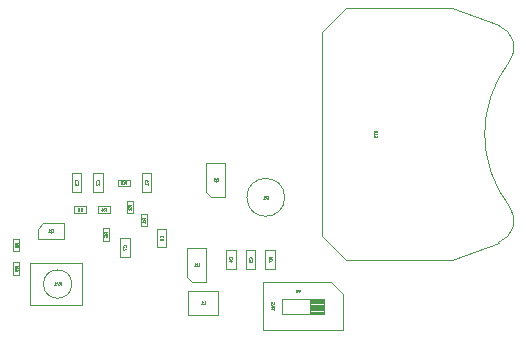
<source format=gbr>
%TF.GenerationSoftware,KiCad,Pcbnew,7.0.6*%
%TF.CreationDate,2023-09-21T17:00:44-04:00*%
%TF.ProjectId,blinkenbrain,626c696e-6b65-46e6-9272-61696e2e6b69,A*%
%TF.SameCoordinates,Original*%
%TF.FileFunction,AssemblyDrawing,Bot*%
%FSLAX46Y46*%
G04 Gerber Fmt 4.6, Leading zero omitted, Abs format (unit mm)*
G04 Created by KiCad (PCBNEW 7.0.6) date 2023-09-21 17:00:44*
%MOMM*%
%LPD*%
G01*
G04 APERTURE LIST*
%ADD10C,0.040000*%
%ADD11C,0.100000*%
%ADD12C,0.120000*%
G04 APERTURE END LIST*
D10*
X136513574Y-100158333D02*
X136394527Y-100075000D01*
X136513574Y-100015476D02*
X136263574Y-100015476D01*
X136263574Y-100015476D02*
X136263574Y-100110714D01*
X136263574Y-100110714D02*
X136275479Y-100134524D01*
X136275479Y-100134524D02*
X136287384Y-100146429D01*
X136287384Y-100146429D02*
X136311193Y-100158333D01*
X136311193Y-100158333D02*
X136346908Y-100158333D01*
X136346908Y-100158333D02*
X136370717Y-100146429D01*
X136370717Y-100146429D02*
X136382622Y-100134524D01*
X136382622Y-100134524D02*
X136394527Y-100110714D01*
X136394527Y-100110714D02*
X136394527Y-100015476D01*
X136287384Y-100253572D02*
X136275479Y-100265476D01*
X136275479Y-100265476D02*
X136263574Y-100289286D01*
X136263574Y-100289286D02*
X136263574Y-100348810D01*
X136263574Y-100348810D02*
X136275479Y-100372619D01*
X136275479Y-100372619D02*
X136287384Y-100384524D01*
X136287384Y-100384524D02*
X136311193Y-100396429D01*
X136311193Y-100396429D02*
X136335003Y-100396429D01*
X136335003Y-100396429D02*
X136370717Y-100384524D01*
X136370717Y-100384524D02*
X136513574Y-100241667D01*
X136513574Y-100241667D02*
X136513574Y-100396429D01*
X139189765Y-102758333D02*
X139201670Y-102746429D01*
X139201670Y-102746429D02*
X139213574Y-102710714D01*
X139213574Y-102710714D02*
X139213574Y-102686905D01*
X139213574Y-102686905D02*
X139201670Y-102651191D01*
X139201670Y-102651191D02*
X139177860Y-102627381D01*
X139177860Y-102627381D02*
X139154050Y-102615476D01*
X139154050Y-102615476D02*
X139106431Y-102603572D01*
X139106431Y-102603572D02*
X139070717Y-102603572D01*
X139070717Y-102603572D02*
X139023098Y-102615476D01*
X139023098Y-102615476D02*
X138999289Y-102627381D01*
X138999289Y-102627381D02*
X138975479Y-102651191D01*
X138975479Y-102651191D02*
X138963574Y-102686905D01*
X138963574Y-102686905D02*
X138963574Y-102710714D01*
X138963574Y-102710714D02*
X138975479Y-102746429D01*
X138975479Y-102746429D02*
X138987384Y-102758333D01*
X138963574Y-102972619D02*
X138963574Y-102925000D01*
X138963574Y-102925000D02*
X138975479Y-102901191D01*
X138975479Y-102901191D02*
X138987384Y-102889286D01*
X138987384Y-102889286D02*
X139023098Y-102865476D01*
X139023098Y-102865476D02*
X139070717Y-102853572D01*
X139070717Y-102853572D02*
X139165955Y-102853572D01*
X139165955Y-102853572D02*
X139189765Y-102865476D01*
X139189765Y-102865476D02*
X139201670Y-102877381D01*
X139201670Y-102877381D02*
X139213574Y-102901191D01*
X139213574Y-102901191D02*
X139213574Y-102948810D01*
X139213574Y-102948810D02*
X139201670Y-102972619D01*
X139201670Y-102972619D02*
X139189765Y-102984524D01*
X139189765Y-102984524D02*
X139165955Y-102996429D01*
X139165955Y-102996429D02*
X139106431Y-102996429D01*
X139106431Y-102996429D02*
X139082622Y-102984524D01*
X139082622Y-102984524D02*
X139070717Y-102972619D01*
X139070717Y-102972619D02*
X139058812Y-102948810D01*
X139058812Y-102948810D02*
X139058812Y-102901191D01*
X139058812Y-102901191D02*
X139070717Y-102877381D01*
X139070717Y-102877381D02*
X139082622Y-102865476D01*
X139082622Y-102865476D02*
X139106431Y-102853572D01*
X129723809Y-102337384D02*
X129747619Y-102325479D01*
X129747619Y-102325479D02*
X129771428Y-102301670D01*
X129771428Y-102301670D02*
X129807142Y-102265955D01*
X129807142Y-102265955D02*
X129830952Y-102254050D01*
X129830952Y-102254050D02*
X129854761Y-102254050D01*
X129842857Y-102313574D02*
X129866666Y-102301670D01*
X129866666Y-102301670D02*
X129890476Y-102277860D01*
X129890476Y-102277860D02*
X129902380Y-102230241D01*
X129902380Y-102230241D02*
X129902380Y-102146908D01*
X129902380Y-102146908D02*
X129890476Y-102099289D01*
X129890476Y-102099289D02*
X129866666Y-102075479D01*
X129866666Y-102075479D02*
X129842857Y-102063574D01*
X129842857Y-102063574D02*
X129795238Y-102063574D01*
X129795238Y-102063574D02*
X129771428Y-102075479D01*
X129771428Y-102075479D02*
X129747619Y-102099289D01*
X129747619Y-102099289D02*
X129735714Y-102146908D01*
X129735714Y-102146908D02*
X129735714Y-102230241D01*
X129735714Y-102230241D02*
X129747619Y-102277860D01*
X129747619Y-102277860D02*
X129771428Y-102301670D01*
X129771428Y-102301670D02*
X129795238Y-102313574D01*
X129795238Y-102313574D02*
X129842857Y-102313574D01*
X129497618Y-102313574D02*
X129640475Y-102313574D01*
X129569047Y-102313574D02*
X129569047Y-102063574D01*
X129569047Y-102063574D02*
X129592856Y-102099289D01*
X129592856Y-102099289D02*
X129616666Y-102123098D01*
X129616666Y-102123098D02*
X129640475Y-102135003D01*
X142234226Y-104938574D02*
X142234226Y-105140955D01*
X142234226Y-105140955D02*
X142222321Y-105164765D01*
X142222321Y-105164765D02*
X142210416Y-105176670D01*
X142210416Y-105176670D02*
X142186607Y-105188574D01*
X142186607Y-105188574D02*
X142138988Y-105188574D01*
X142138988Y-105188574D02*
X142115178Y-105176670D01*
X142115178Y-105176670D02*
X142103273Y-105164765D01*
X142103273Y-105164765D02*
X142091369Y-105140955D01*
X142091369Y-105140955D02*
X142091369Y-104938574D01*
X141841368Y-105188574D02*
X141984225Y-105188574D01*
X141912797Y-105188574D02*
X141912797Y-104938574D01*
X141912797Y-104938574D02*
X141936606Y-104974289D01*
X141936606Y-104974289D02*
X141960416Y-104998098D01*
X141960416Y-104998098D02*
X141984225Y-105010003D01*
X150773451Y-107341074D02*
X150797261Y-107329170D01*
X150797261Y-107329170D02*
X150809166Y-107317265D01*
X150809166Y-107317265D02*
X150821070Y-107293455D01*
X150821070Y-107293455D02*
X150821070Y-107222027D01*
X150821070Y-107222027D02*
X150809166Y-107198217D01*
X150809166Y-107198217D02*
X150797261Y-107186312D01*
X150797261Y-107186312D02*
X150773451Y-107174408D01*
X150773451Y-107174408D02*
X150737737Y-107174408D01*
X150737737Y-107174408D02*
X150713928Y-107186312D01*
X150713928Y-107186312D02*
X150702023Y-107198217D01*
X150702023Y-107198217D02*
X150690118Y-107222027D01*
X150690118Y-107222027D02*
X150690118Y-107293455D01*
X150690118Y-107293455D02*
X150702023Y-107317265D01*
X150702023Y-107317265D02*
X150713928Y-107329170D01*
X150713928Y-107329170D02*
X150737737Y-107341074D01*
X150737737Y-107341074D02*
X150773451Y-107341074D01*
X150582976Y-107174408D02*
X150582976Y-107341074D01*
X150582976Y-107198217D02*
X150571071Y-107186312D01*
X150571071Y-107186312D02*
X150547261Y-107174408D01*
X150547261Y-107174408D02*
X150511547Y-107174408D01*
X150511547Y-107174408D02*
X150487738Y-107186312D01*
X150487738Y-107186312D02*
X150475833Y-107210122D01*
X150475833Y-107210122D02*
X150475833Y-107341074D01*
X148591670Y-108236667D02*
X148603574Y-108272381D01*
X148603574Y-108272381D02*
X148603574Y-108331905D01*
X148603574Y-108331905D02*
X148591670Y-108355714D01*
X148591670Y-108355714D02*
X148579765Y-108367619D01*
X148579765Y-108367619D02*
X148555955Y-108379524D01*
X148555955Y-108379524D02*
X148532146Y-108379524D01*
X148532146Y-108379524D02*
X148508336Y-108367619D01*
X148508336Y-108367619D02*
X148496431Y-108355714D01*
X148496431Y-108355714D02*
X148484527Y-108331905D01*
X148484527Y-108331905D02*
X148472622Y-108284286D01*
X148472622Y-108284286D02*
X148460717Y-108260476D01*
X148460717Y-108260476D02*
X148448812Y-108248571D01*
X148448812Y-108248571D02*
X148425003Y-108236667D01*
X148425003Y-108236667D02*
X148401193Y-108236667D01*
X148401193Y-108236667D02*
X148377384Y-108248571D01*
X148377384Y-108248571D02*
X148365479Y-108260476D01*
X148365479Y-108260476D02*
X148353574Y-108284286D01*
X148353574Y-108284286D02*
X148353574Y-108343809D01*
X148353574Y-108343809D02*
X148365479Y-108379524D01*
X148353574Y-108462857D02*
X148603574Y-108522381D01*
X148603574Y-108522381D02*
X148425003Y-108570000D01*
X148425003Y-108570000D02*
X148603574Y-108617619D01*
X148603574Y-108617619D02*
X148353574Y-108677143D01*
X148603574Y-108903333D02*
X148603574Y-108760476D01*
X148603574Y-108831904D02*
X148353574Y-108831904D01*
X148353574Y-108831904D02*
X148389289Y-108808095D01*
X148389289Y-108808095D02*
X148413098Y-108784285D01*
X148413098Y-108784285D02*
X148425003Y-108760476D01*
X134513574Y-102458333D02*
X134394527Y-102375000D01*
X134513574Y-102315476D02*
X134263574Y-102315476D01*
X134263574Y-102315476D02*
X134263574Y-102410714D01*
X134263574Y-102410714D02*
X134275479Y-102434524D01*
X134275479Y-102434524D02*
X134287384Y-102446429D01*
X134287384Y-102446429D02*
X134311193Y-102458333D01*
X134311193Y-102458333D02*
X134346908Y-102458333D01*
X134346908Y-102458333D02*
X134370717Y-102446429D01*
X134370717Y-102446429D02*
X134382622Y-102434524D01*
X134382622Y-102434524D02*
X134394527Y-102410714D01*
X134394527Y-102410714D02*
X134394527Y-102315476D01*
X134263574Y-102684524D02*
X134263574Y-102565476D01*
X134263574Y-102565476D02*
X134382622Y-102553572D01*
X134382622Y-102553572D02*
X134370717Y-102565476D01*
X134370717Y-102565476D02*
X134358812Y-102589286D01*
X134358812Y-102589286D02*
X134358812Y-102648810D01*
X134358812Y-102648810D02*
X134370717Y-102672619D01*
X134370717Y-102672619D02*
X134382622Y-102684524D01*
X134382622Y-102684524D02*
X134406431Y-102696429D01*
X134406431Y-102696429D02*
X134465955Y-102696429D01*
X134465955Y-102696429D02*
X134489765Y-102684524D01*
X134489765Y-102684524D02*
X134501670Y-102672619D01*
X134501670Y-102672619D02*
X134513574Y-102648810D01*
X134513574Y-102648810D02*
X134513574Y-102589286D01*
X134513574Y-102589286D02*
X134501670Y-102565476D01*
X134501670Y-102565476D02*
X134489765Y-102553572D01*
X148104523Y-99473574D02*
X148104523Y-99223574D01*
X148104523Y-99223574D02*
X148044999Y-99223574D01*
X148044999Y-99223574D02*
X148009285Y-99235479D01*
X148009285Y-99235479D02*
X147985475Y-99259289D01*
X147985475Y-99259289D02*
X147973570Y-99283098D01*
X147973570Y-99283098D02*
X147961666Y-99330717D01*
X147961666Y-99330717D02*
X147961666Y-99366431D01*
X147961666Y-99366431D02*
X147973570Y-99414050D01*
X147973570Y-99414050D02*
X147985475Y-99437860D01*
X147985475Y-99437860D02*
X148009285Y-99461670D01*
X148009285Y-99461670D02*
X148044999Y-99473574D01*
X148044999Y-99473574D02*
X148104523Y-99473574D01*
X147723570Y-99473574D02*
X147866427Y-99473574D01*
X147794999Y-99473574D02*
X147794999Y-99223574D01*
X147794999Y-99223574D02*
X147818808Y-99259289D01*
X147818808Y-99259289D02*
X147842618Y-99283098D01*
X147842618Y-99283098D02*
X147866427Y-99295003D01*
X135941666Y-98263574D02*
X136024999Y-98144527D01*
X136084523Y-98263574D02*
X136084523Y-98013574D01*
X136084523Y-98013574D02*
X135989285Y-98013574D01*
X135989285Y-98013574D02*
X135965475Y-98025479D01*
X135965475Y-98025479D02*
X135953570Y-98037384D01*
X135953570Y-98037384D02*
X135941666Y-98061193D01*
X135941666Y-98061193D02*
X135941666Y-98096908D01*
X135941666Y-98096908D02*
X135953570Y-98120717D01*
X135953570Y-98120717D02*
X135965475Y-98132622D01*
X135965475Y-98132622D02*
X135989285Y-98144527D01*
X135989285Y-98144527D02*
X136084523Y-98144527D01*
X135858332Y-98013574D02*
X135703570Y-98013574D01*
X135703570Y-98013574D02*
X135786904Y-98108812D01*
X135786904Y-98108812D02*
X135751189Y-98108812D01*
X135751189Y-98108812D02*
X135727380Y-98120717D01*
X135727380Y-98120717D02*
X135715475Y-98132622D01*
X135715475Y-98132622D02*
X135703570Y-98156431D01*
X135703570Y-98156431D02*
X135703570Y-98215955D01*
X135703570Y-98215955D02*
X135715475Y-98239765D01*
X135715475Y-98239765D02*
X135727380Y-98251670D01*
X135727380Y-98251670D02*
X135751189Y-98263574D01*
X135751189Y-98263574D02*
X135822618Y-98263574D01*
X135822618Y-98263574D02*
X135846427Y-98251670D01*
X135846427Y-98251670D02*
X135858332Y-98239765D01*
X130448809Y-106813574D02*
X130532142Y-106694527D01*
X130591666Y-106813574D02*
X130591666Y-106563574D01*
X130591666Y-106563574D02*
X130496428Y-106563574D01*
X130496428Y-106563574D02*
X130472618Y-106575479D01*
X130472618Y-106575479D02*
X130460713Y-106587384D01*
X130460713Y-106587384D02*
X130448809Y-106611193D01*
X130448809Y-106611193D02*
X130448809Y-106646908D01*
X130448809Y-106646908D02*
X130460713Y-106670717D01*
X130460713Y-106670717D02*
X130472618Y-106682622D01*
X130472618Y-106682622D02*
X130496428Y-106694527D01*
X130496428Y-106694527D02*
X130591666Y-106694527D01*
X130377380Y-106563574D02*
X130294047Y-106813574D01*
X130294047Y-106813574D02*
X130210713Y-106563574D01*
X129996427Y-106813574D02*
X130139284Y-106813574D01*
X130067856Y-106813574D02*
X130067856Y-106563574D01*
X130067856Y-106563574D02*
X130091665Y-106599289D01*
X130091665Y-106599289D02*
X130115475Y-106623098D01*
X130115475Y-106623098D02*
X130139284Y-106635003D01*
X157182622Y-93803572D02*
X157194527Y-93839286D01*
X157194527Y-93839286D02*
X157206431Y-93851191D01*
X157206431Y-93851191D02*
X157230241Y-93863095D01*
X157230241Y-93863095D02*
X157265955Y-93863095D01*
X157265955Y-93863095D02*
X157289765Y-93851191D01*
X157289765Y-93851191D02*
X157301670Y-93839286D01*
X157301670Y-93839286D02*
X157313574Y-93815476D01*
X157313574Y-93815476D02*
X157313574Y-93720238D01*
X157313574Y-93720238D02*
X157063574Y-93720238D01*
X157063574Y-93720238D02*
X157063574Y-93803572D01*
X157063574Y-93803572D02*
X157075479Y-93827381D01*
X157075479Y-93827381D02*
X157087384Y-93839286D01*
X157087384Y-93839286D02*
X157111193Y-93851191D01*
X157111193Y-93851191D02*
X157135003Y-93851191D01*
X157135003Y-93851191D02*
X157158812Y-93839286D01*
X157158812Y-93839286D02*
X157170717Y-93827381D01*
X157170717Y-93827381D02*
X157182622Y-93803572D01*
X157182622Y-93803572D02*
X157182622Y-93720238D01*
X157063574Y-93934524D02*
X157063574Y-94077381D01*
X157313574Y-94005953D02*
X157063574Y-94005953D01*
X157313574Y-94291667D02*
X157313574Y-94148810D01*
X157313574Y-94220238D02*
X157063574Y-94220238D01*
X157063574Y-94220238D02*
X157099289Y-94196429D01*
X157099289Y-94196429D02*
X157123098Y-94172619D01*
X157123098Y-94172619D02*
X157135003Y-94148810D01*
X137889765Y-98058333D02*
X137901670Y-98046429D01*
X137901670Y-98046429D02*
X137913574Y-98010714D01*
X137913574Y-98010714D02*
X137913574Y-97986905D01*
X137913574Y-97986905D02*
X137901670Y-97951191D01*
X137901670Y-97951191D02*
X137877860Y-97927381D01*
X137877860Y-97927381D02*
X137854050Y-97915476D01*
X137854050Y-97915476D02*
X137806431Y-97903572D01*
X137806431Y-97903572D02*
X137770717Y-97903572D01*
X137770717Y-97903572D02*
X137723098Y-97915476D01*
X137723098Y-97915476D02*
X137699289Y-97927381D01*
X137699289Y-97927381D02*
X137675479Y-97951191D01*
X137675479Y-97951191D02*
X137663574Y-97986905D01*
X137663574Y-97986905D02*
X137663574Y-98010714D01*
X137663574Y-98010714D02*
X137675479Y-98046429D01*
X137675479Y-98046429D02*
X137687384Y-98058333D01*
X137913574Y-98296429D02*
X137913574Y-98153572D01*
X137913574Y-98225000D02*
X137663574Y-98225000D01*
X137663574Y-98225000D02*
X137699289Y-98201191D01*
X137699289Y-98201191D02*
X137723098Y-98177381D01*
X137723098Y-98177381D02*
X137735003Y-98153572D01*
X145063515Y-104558333D02*
X145075420Y-104546429D01*
X145075420Y-104546429D02*
X145087324Y-104510714D01*
X145087324Y-104510714D02*
X145087324Y-104486905D01*
X145087324Y-104486905D02*
X145075420Y-104451191D01*
X145075420Y-104451191D02*
X145051610Y-104427381D01*
X145051610Y-104427381D02*
X145027800Y-104415476D01*
X145027800Y-104415476D02*
X144980181Y-104403572D01*
X144980181Y-104403572D02*
X144944467Y-104403572D01*
X144944467Y-104403572D02*
X144896848Y-104415476D01*
X144896848Y-104415476D02*
X144873039Y-104427381D01*
X144873039Y-104427381D02*
X144849229Y-104451191D01*
X144849229Y-104451191D02*
X144837324Y-104486905D01*
X144837324Y-104486905D02*
X144837324Y-104510714D01*
X144837324Y-104510714D02*
X144849229Y-104546429D01*
X144849229Y-104546429D02*
X144861134Y-104558333D01*
X144920658Y-104772619D02*
X145087324Y-104772619D01*
X144825420Y-104713095D02*
X145003991Y-104653572D01*
X145003991Y-104653572D02*
X145003991Y-104808333D01*
X146723515Y-104588333D02*
X146735420Y-104576429D01*
X146735420Y-104576429D02*
X146747324Y-104540714D01*
X146747324Y-104540714D02*
X146747324Y-104516905D01*
X146747324Y-104516905D02*
X146735420Y-104481191D01*
X146735420Y-104481191D02*
X146711610Y-104457381D01*
X146711610Y-104457381D02*
X146687800Y-104445476D01*
X146687800Y-104445476D02*
X146640181Y-104433572D01*
X146640181Y-104433572D02*
X146604467Y-104433572D01*
X146604467Y-104433572D02*
X146556848Y-104445476D01*
X146556848Y-104445476D02*
X146533039Y-104457381D01*
X146533039Y-104457381D02*
X146509229Y-104481191D01*
X146509229Y-104481191D02*
X146497324Y-104516905D01*
X146497324Y-104516905D02*
X146497324Y-104540714D01*
X146497324Y-104540714D02*
X146509229Y-104576429D01*
X146509229Y-104576429D02*
X146521134Y-104588333D01*
X146497324Y-104814524D02*
X146497324Y-104695476D01*
X146497324Y-104695476D02*
X146616372Y-104683572D01*
X146616372Y-104683572D02*
X146604467Y-104695476D01*
X146604467Y-104695476D02*
X146592562Y-104719286D01*
X146592562Y-104719286D02*
X146592562Y-104778810D01*
X146592562Y-104778810D02*
X146604467Y-104802619D01*
X146604467Y-104802619D02*
X146616372Y-104814524D01*
X146616372Y-104814524D02*
X146640181Y-104826429D01*
X146640181Y-104826429D02*
X146699705Y-104826429D01*
X146699705Y-104826429D02*
X146723515Y-104814524D01*
X146723515Y-104814524D02*
X146735420Y-104802619D01*
X146735420Y-104802619D02*
X146747324Y-104778810D01*
X146747324Y-104778810D02*
X146747324Y-104719286D01*
X146747324Y-104719286D02*
X146735420Y-104695476D01*
X146735420Y-104695476D02*
X146723515Y-104683572D01*
X132241666Y-100513574D02*
X132324999Y-100394527D01*
X132384523Y-100513574D02*
X132384523Y-100263574D01*
X132384523Y-100263574D02*
X132289285Y-100263574D01*
X132289285Y-100263574D02*
X132265475Y-100275479D01*
X132265475Y-100275479D02*
X132253570Y-100287384D01*
X132253570Y-100287384D02*
X132241666Y-100311193D01*
X132241666Y-100311193D02*
X132241666Y-100346908D01*
X132241666Y-100346908D02*
X132253570Y-100370717D01*
X132253570Y-100370717D02*
X132265475Y-100382622D01*
X132265475Y-100382622D02*
X132289285Y-100394527D01*
X132289285Y-100394527D02*
X132384523Y-100394527D01*
X132027380Y-100263574D02*
X132074999Y-100263574D01*
X132074999Y-100263574D02*
X132098808Y-100275479D01*
X132098808Y-100275479D02*
X132110713Y-100287384D01*
X132110713Y-100287384D02*
X132134523Y-100323098D01*
X132134523Y-100323098D02*
X132146427Y-100370717D01*
X132146427Y-100370717D02*
X132146427Y-100465955D01*
X132146427Y-100465955D02*
X132134523Y-100489765D01*
X132134523Y-100489765D02*
X132122618Y-100501670D01*
X132122618Y-100501670D02*
X132098808Y-100513574D01*
X132098808Y-100513574D02*
X132051189Y-100513574D01*
X132051189Y-100513574D02*
X132027380Y-100501670D01*
X132027380Y-100501670D02*
X132015475Y-100489765D01*
X132015475Y-100489765D02*
X132003570Y-100465955D01*
X132003570Y-100465955D02*
X132003570Y-100406431D01*
X132003570Y-100406431D02*
X132015475Y-100382622D01*
X132015475Y-100382622D02*
X132027380Y-100370717D01*
X132027380Y-100370717D02*
X132051189Y-100358812D01*
X132051189Y-100358812D02*
X132098808Y-100358812D01*
X132098808Y-100358812D02*
X132122618Y-100370717D01*
X132122618Y-100370717D02*
X132134523Y-100382622D01*
X132134523Y-100382622D02*
X132146427Y-100406431D01*
X148413574Y-104558333D02*
X148294527Y-104475000D01*
X148413574Y-104415476D02*
X148163574Y-104415476D01*
X148163574Y-104415476D02*
X148163574Y-104510714D01*
X148163574Y-104510714D02*
X148175479Y-104534524D01*
X148175479Y-104534524D02*
X148187384Y-104546429D01*
X148187384Y-104546429D02*
X148211193Y-104558333D01*
X148211193Y-104558333D02*
X148246908Y-104558333D01*
X148246908Y-104558333D02*
X148270717Y-104546429D01*
X148270717Y-104546429D02*
X148282622Y-104534524D01*
X148282622Y-104534524D02*
X148294527Y-104510714D01*
X148294527Y-104510714D02*
X148294527Y-104415476D01*
X148163574Y-104641667D02*
X148163574Y-104808333D01*
X148163574Y-104808333D02*
X148413574Y-104701191D01*
X136089765Y-103558333D02*
X136101670Y-103546429D01*
X136101670Y-103546429D02*
X136113574Y-103510714D01*
X136113574Y-103510714D02*
X136113574Y-103486905D01*
X136113574Y-103486905D02*
X136101670Y-103451191D01*
X136101670Y-103451191D02*
X136077860Y-103427381D01*
X136077860Y-103427381D02*
X136054050Y-103415476D01*
X136054050Y-103415476D02*
X136006431Y-103403572D01*
X136006431Y-103403572D02*
X135970717Y-103403572D01*
X135970717Y-103403572D02*
X135923098Y-103415476D01*
X135923098Y-103415476D02*
X135899289Y-103427381D01*
X135899289Y-103427381D02*
X135875479Y-103451191D01*
X135875479Y-103451191D02*
X135863574Y-103486905D01*
X135863574Y-103486905D02*
X135863574Y-103510714D01*
X135863574Y-103510714D02*
X135875479Y-103546429D01*
X135875479Y-103546429D02*
X135887384Y-103558333D01*
X135863574Y-103641667D02*
X135863574Y-103808333D01*
X135863574Y-103808333D02*
X136113574Y-103701191D01*
X126913574Y-103358333D02*
X126794527Y-103275000D01*
X126913574Y-103215476D02*
X126663574Y-103215476D01*
X126663574Y-103215476D02*
X126663574Y-103310714D01*
X126663574Y-103310714D02*
X126675479Y-103334524D01*
X126675479Y-103334524D02*
X126687384Y-103346429D01*
X126687384Y-103346429D02*
X126711193Y-103358333D01*
X126711193Y-103358333D02*
X126746908Y-103358333D01*
X126746908Y-103358333D02*
X126770717Y-103346429D01*
X126770717Y-103346429D02*
X126782622Y-103334524D01*
X126782622Y-103334524D02*
X126794527Y-103310714D01*
X126794527Y-103310714D02*
X126794527Y-103215476D01*
X126770717Y-103501191D02*
X126758812Y-103477381D01*
X126758812Y-103477381D02*
X126746908Y-103465476D01*
X126746908Y-103465476D02*
X126723098Y-103453572D01*
X126723098Y-103453572D02*
X126711193Y-103453572D01*
X126711193Y-103453572D02*
X126687384Y-103465476D01*
X126687384Y-103465476D02*
X126675479Y-103477381D01*
X126675479Y-103477381D02*
X126663574Y-103501191D01*
X126663574Y-103501191D02*
X126663574Y-103548810D01*
X126663574Y-103548810D02*
X126675479Y-103572619D01*
X126675479Y-103572619D02*
X126687384Y-103584524D01*
X126687384Y-103584524D02*
X126711193Y-103596429D01*
X126711193Y-103596429D02*
X126723098Y-103596429D01*
X126723098Y-103596429D02*
X126746908Y-103584524D01*
X126746908Y-103584524D02*
X126758812Y-103572619D01*
X126758812Y-103572619D02*
X126770717Y-103548810D01*
X126770717Y-103548810D02*
X126770717Y-103501191D01*
X126770717Y-103501191D02*
X126782622Y-103477381D01*
X126782622Y-103477381D02*
X126794527Y-103465476D01*
X126794527Y-103465476D02*
X126818336Y-103453572D01*
X126818336Y-103453572D02*
X126865955Y-103453572D01*
X126865955Y-103453572D02*
X126889765Y-103465476D01*
X126889765Y-103465476D02*
X126901670Y-103477381D01*
X126901670Y-103477381D02*
X126913574Y-103501191D01*
X126913574Y-103501191D02*
X126913574Y-103548810D01*
X126913574Y-103548810D02*
X126901670Y-103572619D01*
X126901670Y-103572619D02*
X126889765Y-103584524D01*
X126889765Y-103584524D02*
X126865955Y-103596429D01*
X126865955Y-103596429D02*
X126818336Y-103596429D01*
X126818336Y-103596429D02*
X126794527Y-103584524D01*
X126794527Y-103584524D02*
X126782622Y-103572619D01*
X126782622Y-103572619D02*
X126770717Y-103548810D01*
X133789765Y-98058333D02*
X133801670Y-98046429D01*
X133801670Y-98046429D02*
X133813574Y-98010714D01*
X133813574Y-98010714D02*
X133813574Y-97986905D01*
X133813574Y-97986905D02*
X133801670Y-97951191D01*
X133801670Y-97951191D02*
X133777860Y-97927381D01*
X133777860Y-97927381D02*
X133754050Y-97915476D01*
X133754050Y-97915476D02*
X133706431Y-97903572D01*
X133706431Y-97903572D02*
X133670717Y-97903572D01*
X133670717Y-97903572D02*
X133623098Y-97915476D01*
X133623098Y-97915476D02*
X133599289Y-97927381D01*
X133599289Y-97927381D02*
X133575479Y-97951191D01*
X133575479Y-97951191D02*
X133563574Y-97986905D01*
X133563574Y-97986905D02*
X133563574Y-98010714D01*
X133563574Y-98010714D02*
X133575479Y-98046429D01*
X133575479Y-98046429D02*
X133587384Y-98058333D01*
X133587384Y-98153572D02*
X133575479Y-98165476D01*
X133575479Y-98165476D02*
X133563574Y-98189286D01*
X133563574Y-98189286D02*
X133563574Y-98248810D01*
X133563574Y-98248810D02*
X133575479Y-98272619D01*
X133575479Y-98272619D02*
X133587384Y-98284524D01*
X133587384Y-98284524D02*
X133611193Y-98296429D01*
X133611193Y-98296429D02*
X133635003Y-98296429D01*
X133635003Y-98296429D02*
X133670717Y-98284524D01*
X133670717Y-98284524D02*
X133813574Y-98141667D01*
X133813574Y-98141667D02*
X133813574Y-98296429D01*
X131989765Y-98058333D02*
X132001670Y-98046429D01*
X132001670Y-98046429D02*
X132013574Y-98010714D01*
X132013574Y-98010714D02*
X132013574Y-97986905D01*
X132013574Y-97986905D02*
X132001670Y-97951191D01*
X132001670Y-97951191D02*
X131977860Y-97927381D01*
X131977860Y-97927381D02*
X131954050Y-97915476D01*
X131954050Y-97915476D02*
X131906431Y-97903572D01*
X131906431Y-97903572D02*
X131870717Y-97903572D01*
X131870717Y-97903572D02*
X131823098Y-97915476D01*
X131823098Y-97915476D02*
X131799289Y-97927381D01*
X131799289Y-97927381D02*
X131775479Y-97951191D01*
X131775479Y-97951191D02*
X131763574Y-97986905D01*
X131763574Y-97986905D02*
X131763574Y-98010714D01*
X131763574Y-98010714D02*
X131775479Y-98046429D01*
X131775479Y-98046429D02*
X131787384Y-98058333D01*
X131763574Y-98141667D02*
X131763574Y-98296429D01*
X131763574Y-98296429D02*
X131858812Y-98213095D01*
X131858812Y-98213095D02*
X131858812Y-98248810D01*
X131858812Y-98248810D02*
X131870717Y-98272619D01*
X131870717Y-98272619D02*
X131882622Y-98284524D01*
X131882622Y-98284524D02*
X131906431Y-98296429D01*
X131906431Y-98296429D02*
X131965955Y-98296429D01*
X131965955Y-98296429D02*
X131989765Y-98284524D01*
X131989765Y-98284524D02*
X132001670Y-98272619D01*
X132001670Y-98272619D02*
X132013574Y-98248810D01*
X132013574Y-98248810D02*
X132013574Y-98177381D01*
X132013574Y-98177381D02*
X132001670Y-98153572D01*
X132001670Y-98153572D02*
X131989765Y-98141667D01*
X142651666Y-108403574D02*
X142770714Y-108403574D01*
X142770714Y-108403574D02*
X142770714Y-108153574D01*
X142437380Y-108403574D02*
X142580237Y-108403574D01*
X142508809Y-108403574D02*
X142508809Y-108153574D01*
X142508809Y-108153574D02*
X142532618Y-108189289D01*
X142532618Y-108189289D02*
X142556428Y-108213098D01*
X142556428Y-108213098D02*
X142580237Y-108225003D01*
X134241666Y-100513574D02*
X134324999Y-100394527D01*
X134384523Y-100513574D02*
X134384523Y-100263574D01*
X134384523Y-100263574D02*
X134289285Y-100263574D01*
X134289285Y-100263574D02*
X134265475Y-100275479D01*
X134265475Y-100275479D02*
X134253570Y-100287384D01*
X134253570Y-100287384D02*
X134241666Y-100311193D01*
X134241666Y-100311193D02*
X134241666Y-100346908D01*
X134241666Y-100346908D02*
X134253570Y-100370717D01*
X134253570Y-100370717D02*
X134265475Y-100382622D01*
X134265475Y-100382622D02*
X134289285Y-100394527D01*
X134289285Y-100394527D02*
X134384523Y-100394527D01*
X134027380Y-100346908D02*
X134027380Y-100513574D01*
X134086904Y-100251670D02*
X134146427Y-100430241D01*
X134146427Y-100430241D02*
X133991666Y-100430241D01*
X143723809Y-98037384D02*
X143747619Y-98025479D01*
X143747619Y-98025479D02*
X143771428Y-98001670D01*
X143771428Y-98001670D02*
X143807142Y-97965955D01*
X143807142Y-97965955D02*
X143830952Y-97954050D01*
X143830952Y-97954050D02*
X143854761Y-97954050D01*
X143842857Y-98013574D02*
X143866666Y-98001670D01*
X143866666Y-98001670D02*
X143890476Y-97977860D01*
X143890476Y-97977860D02*
X143902380Y-97930241D01*
X143902380Y-97930241D02*
X143902380Y-97846908D01*
X143902380Y-97846908D02*
X143890476Y-97799289D01*
X143890476Y-97799289D02*
X143866666Y-97775479D01*
X143866666Y-97775479D02*
X143842857Y-97763574D01*
X143842857Y-97763574D02*
X143795238Y-97763574D01*
X143795238Y-97763574D02*
X143771428Y-97775479D01*
X143771428Y-97775479D02*
X143747619Y-97799289D01*
X143747619Y-97799289D02*
X143735714Y-97846908D01*
X143735714Y-97846908D02*
X143735714Y-97930241D01*
X143735714Y-97930241D02*
X143747619Y-97977860D01*
X143747619Y-97977860D02*
X143771428Y-98001670D01*
X143771428Y-98001670D02*
X143795238Y-98013574D01*
X143795238Y-98013574D02*
X143842857Y-98013574D01*
X143640475Y-97787384D02*
X143628571Y-97775479D01*
X143628571Y-97775479D02*
X143604761Y-97763574D01*
X143604761Y-97763574D02*
X143545237Y-97763574D01*
X143545237Y-97763574D02*
X143521428Y-97775479D01*
X143521428Y-97775479D02*
X143509523Y-97787384D01*
X143509523Y-97787384D02*
X143497618Y-97811193D01*
X143497618Y-97811193D02*
X143497618Y-97835003D01*
X143497618Y-97835003D02*
X143509523Y-97870717D01*
X143509523Y-97870717D02*
X143652380Y-98013574D01*
X143652380Y-98013574D02*
X143497618Y-98013574D01*
X126913574Y-105358333D02*
X126794527Y-105275000D01*
X126913574Y-105215476D02*
X126663574Y-105215476D01*
X126663574Y-105215476D02*
X126663574Y-105310714D01*
X126663574Y-105310714D02*
X126675479Y-105334524D01*
X126675479Y-105334524D02*
X126687384Y-105346429D01*
X126687384Y-105346429D02*
X126711193Y-105358333D01*
X126711193Y-105358333D02*
X126746908Y-105358333D01*
X126746908Y-105358333D02*
X126770717Y-105346429D01*
X126770717Y-105346429D02*
X126782622Y-105334524D01*
X126782622Y-105334524D02*
X126794527Y-105310714D01*
X126794527Y-105310714D02*
X126794527Y-105215476D01*
X126913574Y-105477381D02*
X126913574Y-105525000D01*
X126913574Y-105525000D02*
X126901670Y-105548810D01*
X126901670Y-105548810D02*
X126889765Y-105560714D01*
X126889765Y-105560714D02*
X126854050Y-105584524D01*
X126854050Y-105584524D02*
X126806431Y-105596429D01*
X126806431Y-105596429D02*
X126711193Y-105596429D01*
X126711193Y-105596429D02*
X126687384Y-105584524D01*
X126687384Y-105584524D02*
X126675479Y-105572619D01*
X126675479Y-105572619D02*
X126663574Y-105548810D01*
X126663574Y-105548810D02*
X126663574Y-105501191D01*
X126663574Y-105501191D02*
X126675479Y-105477381D01*
X126675479Y-105477381D02*
X126687384Y-105465476D01*
X126687384Y-105465476D02*
X126711193Y-105453572D01*
X126711193Y-105453572D02*
X126770717Y-105453572D01*
X126770717Y-105453572D02*
X126794527Y-105465476D01*
X126794527Y-105465476D02*
X126806431Y-105477381D01*
X126806431Y-105477381D02*
X126818336Y-105501191D01*
X126818336Y-105501191D02*
X126818336Y-105548810D01*
X126818336Y-105548810D02*
X126806431Y-105572619D01*
X126806431Y-105572619D02*
X126794527Y-105584524D01*
X126794527Y-105584524D02*
X126770717Y-105596429D01*
X137713574Y-101258333D02*
X137594527Y-101175000D01*
X137713574Y-101115476D02*
X137463574Y-101115476D01*
X137463574Y-101115476D02*
X137463574Y-101210714D01*
X137463574Y-101210714D02*
X137475479Y-101234524D01*
X137475479Y-101234524D02*
X137487384Y-101246429D01*
X137487384Y-101246429D02*
X137511193Y-101258333D01*
X137511193Y-101258333D02*
X137546908Y-101258333D01*
X137546908Y-101258333D02*
X137570717Y-101246429D01*
X137570717Y-101246429D02*
X137582622Y-101234524D01*
X137582622Y-101234524D02*
X137594527Y-101210714D01*
X137594527Y-101210714D02*
X137594527Y-101115476D01*
X137713574Y-101496429D02*
X137713574Y-101353572D01*
X137713574Y-101425000D02*
X137463574Y-101425000D01*
X137463574Y-101425000D02*
X137499289Y-101401191D01*
X137499289Y-101401191D02*
X137523098Y-101377381D01*
X137523098Y-101377381D02*
X137535003Y-101353572D01*
D11*
%TO.C,R2*%
X136130000Y-100725000D02*
X136670000Y-100725000D01*
X136670000Y-100725000D02*
X136670000Y-99675000D01*
X136130000Y-99675000D02*
X136130000Y-100725000D01*
X136670000Y-99675000D02*
X136130000Y-99675000D01*
%TO.C,C6*%
X139500000Y-102000000D02*
X138700000Y-102000000D01*
X138700000Y-102000000D02*
X138700000Y-103600000D01*
X139500000Y-103600000D02*
X139500000Y-102000000D01*
X138700000Y-103600000D02*
X139500000Y-103600000D01*
%TO.C,Q1*%
X129100000Y-101525000D02*
X130800000Y-101525000D01*
X128600000Y-102025000D02*
X129100000Y-101525000D01*
X130800000Y-102875000D02*
X130800000Y-101525000D01*
X128600000Y-102875000D02*
X128600000Y-102025000D01*
X128600000Y-102875000D02*
X130800000Y-102875000D01*
%TO.C,U1*%
X141243750Y-103625000D02*
X141243750Y-106125000D01*
X141243750Y-106125000D02*
X141643750Y-106525000D01*
X141643750Y-106525000D02*
X142843750Y-106525000D01*
X142843750Y-103625000D02*
X141243750Y-103625000D01*
X142843750Y-106525000D02*
X142843750Y-103625000D01*
%TO.C,SW1*%
X154420000Y-110620000D02*
X154420000Y-107520000D01*
X154420000Y-107520000D02*
X153420000Y-106520000D01*
X153420000Y-106520000D02*
X147720000Y-106520000D01*
X152880000Y-109205000D02*
X149260000Y-109205000D01*
X152880000Y-109135000D02*
X151673333Y-109135000D01*
X152880000Y-109035000D02*
X151673333Y-109035000D01*
X152880000Y-108935000D02*
X151673333Y-108935000D01*
X152880000Y-108835000D02*
X151673333Y-108835000D01*
X152880000Y-108735000D02*
X151673333Y-108735000D01*
X152880000Y-108635000D02*
X151673333Y-108635000D01*
X152880000Y-108535000D02*
X151673333Y-108535000D01*
X152880000Y-108435000D02*
X151673333Y-108435000D01*
X152880000Y-108335000D02*
X151673333Y-108335000D01*
X152880000Y-108235000D02*
X151673333Y-108235000D01*
X152880000Y-108135000D02*
X151673333Y-108135000D01*
X152880000Y-108035000D02*
X151673333Y-108035000D01*
X152880000Y-107935000D02*
X152880000Y-109205000D01*
X151673333Y-107935000D02*
X151673333Y-109205000D01*
X149260000Y-109205000D02*
X149260000Y-107935000D01*
X149260000Y-107935000D02*
X152880000Y-107935000D01*
X147720000Y-110620000D02*
X154420000Y-110620000D01*
X147720000Y-106520000D02*
X147720000Y-110620000D01*
%TO.C,R5*%
X134130000Y-103025000D02*
X134670000Y-103025000D01*
X134670000Y-103025000D02*
X134670000Y-101975000D01*
X134130000Y-101975000D02*
X134130000Y-103025000D01*
X134670000Y-101975000D02*
X134130000Y-101975000D01*
D12*
%TO.C,D1*%
X149520000Y-99360000D02*
G75*
G03*
X149520000Y-99360000I-1600000J0D01*
G01*
D11*
%TO.C,R3*%
X136425000Y-98420000D02*
X136425000Y-97880000D01*
X136425000Y-97880000D02*
X135375000Y-97880000D01*
X135375000Y-98420000D02*
X136425000Y-98420000D01*
X135375000Y-97880000D02*
X135375000Y-98420000D01*
%TO.C,RV1*%
X132400000Y-108500000D02*
X128000000Y-108500000D01*
X128000000Y-108500000D02*
X128000000Y-104900000D01*
X128000000Y-104900000D02*
X132400000Y-104900000D01*
X132400000Y-104900000D02*
X132400000Y-108500000D01*
X131500000Y-106700000D02*
G75*
G03*
X131500000Y-106700000I-1200000J0D01*
G01*
%TO.C,BT1*%
X163700000Y-83370000D02*
X154700000Y-83370000D01*
X154700000Y-83370000D02*
X152710000Y-85360000D01*
X167630000Y-84810000D02*
X163700000Y-83370000D01*
X152710000Y-85360000D02*
X152710000Y-102640000D01*
X152710000Y-102640000D02*
X154700000Y-104630000D01*
X163700000Y-104630000D02*
X167630000Y-103190000D01*
X154700000Y-104630000D02*
X163700000Y-104630000D01*
X168538508Y-87903854D02*
G75*
G03*
X167630000Y-84810000I-1588509J1213854D01*
G01*
X168526043Y-87905148D02*
G75*
G03*
X168530001Y-100099999I7933957J-6094852D01*
G01*
X167628882Y-103180726D02*
G75*
G03*
X168530000Y-100100000I-678882J1870726D01*
G01*
%TO.C,C1*%
X137400000Y-98900000D02*
X138200000Y-98900000D01*
X138200000Y-98900000D02*
X138200000Y-97300000D01*
X137400000Y-97300000D02*
X137400000Y-98900000D01*
X138200000Y-97300000D02*
X137400000Y-97300000D01*
%TO.C,C4*%
X145373750Y-103800000D02*
X144573750Y-103800000D01*
X144573750Y-103800000D02*
X144573750Y-105400000D01*
X145373750Y-105400000D02*
X145373750Y-103800000D01*
X144573750Y-105400000D02*
X145373750Y-105400000D01*
%TO.C,C5*%
X147033750Y-103830000D02*
X146233750Y-103830000D01*
X146233750Y-103830000D02*
X146233750Y-105430000D01*
X147033750Y-105430000D02*
X147033750Y-103830000D01*
X146233750Y-105430000D02*
X147033750Y-105430000D01*
%TO.C,R6*%
X131675000Y-100130000D02*
X131675000Y-100670000D01*
X131675000Y-100670000D02*
X132725000Y-100670000D01*
X132725000Y-100130000D02*
X131675000Y-100130000D01*
X132725000Y-100670000D02*
X132725000Y-100130000D01*
%TO.C,R7*%
X148712500Y-103800000D02*
X147887500Y-103800000D01*
X147887500Y-103800000D02*
X147887500Y-105400000D01*
X148712500Y-105400000D02*
X148712500Y-103800000D01*
X147887500Y-105400000D02*
X148712500Y-105400000D01*
%TO.C,C7*%
X136400000Y-102800000D02*
X135600000Y-102800000D01*
X135600000Y-102800000D02*
X135600000Y-104400000D01*
X136400000Y-104400000D02*
X136400000Y-102800000D01*
X135600000Y-104400000D02*
X136400000Y-104400000D01*
%TO.C,R8*%
X126530000Y-103925000D02*
X127070000Y-103925000D01*
X127070000Y-103925000D02*
X127070000Y-102875000D01*
X126530000Y-102875000D02*
X126530000Y-103925000D01*
X127070000Y-102875000D02*
X126530000Y-102875000D01*
%TO.C,C2*%
X133300000Y-98900000D02*
X134100000Y-98900000D01*
X134100000Y-98900000D02*
X134100000Y-97300000D01*
X133300000Y-97300000D02*
X133300000Y-98900000D01*
X134100000Y-97300000D02*
X133300000Y-97300000D01*
%TO.C,C3*%
X131500000Y-98900000D02*
X132300000Y-98900000D01*
X132300000Y-98900000D02*
X132300000Y-97300000D01*
X131500000Y-97300000D02*
X131500000Y-98900000D01*
X132300000Y-97300000D02*
X131500000Y-97300000D01*
%TO.C,L1*%
X143860000Y-109290000D02*
X143860000Y-107290000D01*
X143860000Y-107290000D02*
X141360000Y-107290000D01*
X141360000Y-109290000D02*
X143860000Y-109290000D01*
X141360000Y-107290000D02*
X141360000Y-109290000D01*
%TO.C,R4*%
X134725000Y-100670000D02*
X134725000Y-100130000D01*
X134725000Y-100130000D02*
X133675000Y-100130000D01*
X133675000Y-100670000D02*
X134725000Y-100670000D01*
X133675000Y-100130000D02*
X133675000Y-100670000D01*
%TO.C,Q2*%
X142900000Y-96450000D02*
X142900000Y-98950000D01*
X142900000Y-98950000D02*
X143300000Y-99350000D01*
X143300000Y-99350000D02*
X144500000Y-99350000D01*
X144500000Y-96450000D02*
X142900000Y-96450000D01*
X144500000Y-99350000D02*
X144500000Y-96450000D01*
%TO.C,R9*%
X126530000Y-105925000D02*
X127070000Y-105925000D01*
X127070000Y-105925000D02*
X127070000Y-104875000D01*
X126530000Y-104875000D02*
X126530000Y-105925000D01*
X127070000Y-104875000D02*
X126530000Y-104875000D01*
%TO.C,R1*%
X137330000Y-101825000D02*
X137870000Y-101825000D01*
X137870000Y-101825000D02*
X137870000Y-100775000D01*
X137330000Y-100775000D02*
X137330000Y-101825000D01*
X137870000Y-100775000D02*
X137330000Y-100775000D01*
%TD*%
M02*

</source>
